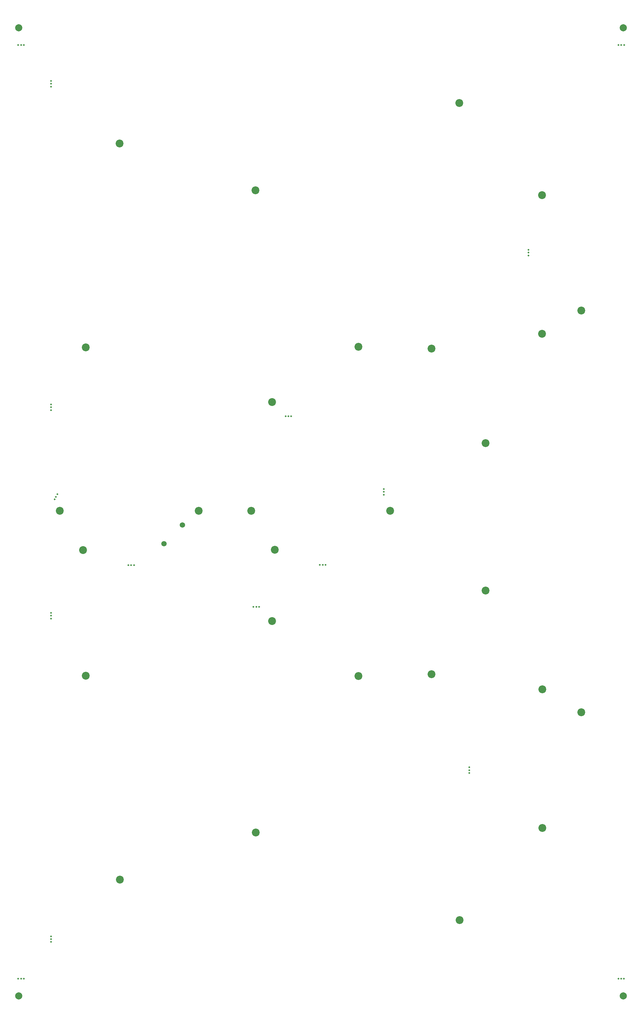
<source format=gbr>
%TF.GenerationSoftware,KiCad,Pcbnew,7.0.8*%
%TF.CreationDate,2024-02-24T01:54:29-05:00*%
%TF.ProjectId,ergothwack-upper components extra panel space,6572676f-7468-4776-9163-6b2d75707065,rev?*%
%TF.SameCoordinates,Original*%
%TF.FileFunction,Soldermask,Top*%
%TF.FilePolarity,Negative*%
%FSLAX46Y46*%
G04 Gerber Fmt 4.6, Leading zero omitted, Abs format (unit mm)*
G04 Created by KiCad (PCBNEW 7.0.8) date 2024-02-24 01:54:29*
%MOMM*%
%LPD*%
G01*
G04 APERTURE LIST*
%ADD10C,0.500000*%
%ADD11C,2.200000*%
%ADD12C,2.000000*%
%ADD13C,1.500000*%
G04 APERTURE END LIST*
D10*
%TO.C,mouse-bite-2.54mm-slot*%
X99720000Y-150563476D03*
X100520000Y-150563476D03*
X101320000Y-150563476D03*
%TD*%
%TO.C,mouse-bite-2.54mm-slot*%
X26109640Y-130759529D03*
X25709640Y-131452349D03*
X25309640Y-132145169D03*
%TD*%
%TO.C,mouse-bite-2.54mm-slot*%
X91678430Y-108849721D03*
X90878430Y-108849721D03*
X90078430Y-108849721D03*
%TD*%
%TO.C,mouse-bite-2.54mm-slot*%
X46009640Y-150595169D03*
X46809640Y-150595169D03*
X47609640Y-150595169D03*
%TD*%
D11*
%TO.C,*%
X86335584Y-166260000D03*
%TD*%
%TO.C,*%
X43615584Y-238720000D03*
%TD*%
%TO.C,*%
X172985584Y-191870000D03*
%TD*%
D10*
%TO.C,mouse-bite-2.54mm-slot*%
X24328430Y-107149721D03*
X24328430Y-106349721D03*
X24328430Y-105549721D03*
%TD*%
D11*
%TO.C,*%
X43586338Y-32442223D03*
%TD*%
%TO.C,*%
X146205584Y-157760000D03*
%TD*%
D10*
%TO.C,mouse-bite-2.54mm-slot*%
X141577676Y-207287498D03*
X141577676Y-208087498D03*
X141577676Y-208887498D03*
%TD*%
%TO.C,mouse-bite-2.54mm-slot*%
X24327676Y-254637498D03*
X24327676Y-255437498D03*
X24327676Y-256237498D03*
%TD*%
D12*
%TO.C,*%
X184780000Y-271397500D03*
%TD*%
D11*
%TO.C,*%
X138836338Y-21092223D03*
%TD*%
D12*
%TO.C,*%
X15310000Y-20000D03*
%TD*%
D11*
%TO.C,*%
X110545584Y-181710000D03*
%TD*%
D10*
%TO.C,mouse-bite-2.54mm-slot*%
X82677676Y-162277498D03*
X81877676Y-162277498D03*
X81077676Y-162277498D03*
%TD*%
D11*
%TO.C,*%
X34095584Y-181570000D03*
%TD*%
%TO.C,*%
X34056338Y-89592223D03*
%TD*%
%TO.C,*%
X162045584Y-224290000D03*
%TD*%
%TO.C,*%
X87047908Y-146295978D03*
%TD*%
D13*
%TO.C,*%
X61156338Y-139395978D03*
%TD*%
D10*
%TO.C,mouse-bite-2.54mm-slot*%
X158158430Y-63809721D03*
X158158430Y-63009721D03*
X158158430Y-62209721D03*
%TD*%
%TO.C,mouse-bite-2.54mm-slot*%
X185000000Y-4850000D03*
X184200000Y-4850000D03*
X183400000Y-4850000D03*
%TD*%
%TO.C,mouse-bite-2.54mm-slot*%
X117650000Y-129263476D03*
X117650000Y-130063476D03*
X117650000Y-130863476D03*
%TD*%
D11*
%TO.C,*%
X86306338Y-104872223D03*
%TD*%
D10*
%TO.C,mouse-bite-2.54mm-slot*%
X24327676Y-163976946D03*
X24327676Y-164776946D03*
X24327676Y-165576946D03*
%TD*%
%TO.C,mouse-bite-2.54mm-slot*%
X24328430Y-16489721D03*
X24328430Y-15689721D03*
X24328430Y-14889721D03*
%TD*%
D11*
%TO.C,*%
X33346338Y-146355978D03*
%TD*%
%TO.C,*%
X81715584Y-225590000D03*
%TD*%
%TO.C,*%
X65726338Y-135425978D03*
%TD*%
D10*
%TO.C,mouse-bite-2.54mm-slot*%
X184980000Y-266557500D03*
X184180000Y-266557500D03*
X183380000Y-266557500D03*
%TD*%
D11*
%TO.C,*%
X146206338Y-116455978D03*
%TD*%
%TO.C,*%
X119437908Y-135355978D03*
%TD*%
%TO.C,*%
X172986338Y-79262223D03*
%TD*%
%TO.C,*%
X138865584Y-250080000D03*
%TD*%
%TO.C,*%
X81686338Y-45572223D03*
%TD*%
%TO.C,*%
X131006338Y-89942223D03*
%TD*%
D12*
%TO.C,*%
X15310000Y-271397500D03*
%TD*%
D11*
%TO.C,*%
X131035584Y-181180000D03*
%TD*%
%TO.C,*%
X162045584Y-185380000D03*
%TD*%
D12*
%TO.C,*%
X184790000Y-20000D03*
%TD*%
D11*
%TO.C,*%
X110546338Y-89422223D03*
%TD*%
D10*
%TO.C,mouse-bite-2.54mm-slot*%
X15120000Y-266562500D03*
X15920000Y-266562500D03*
X16720000Y-266562500D03*
%TD*%
D11*
%TO.C,*%
X162006338Y-46872223D03*
%TD*%
%TO.C,*%
X26786338Y-135425978D03*
%TD*%
D10*
%TO.C,mouse-bite-2.54mm-slot*%
X16710000Y-4850000D03*
X15910000Y-4850000D03*
X15110000Y-4850000D03*
%TD*%
D11*
%TO.C,*%
X80487908Y-135355978D03*
%TD*%
D13*
%TO.C,*%
X55976338Y-144585978D03*
%TD*%
D11*
%TO.C,*%
X162006338Y-85782223D03*
%TD*%
M02*

</source>
